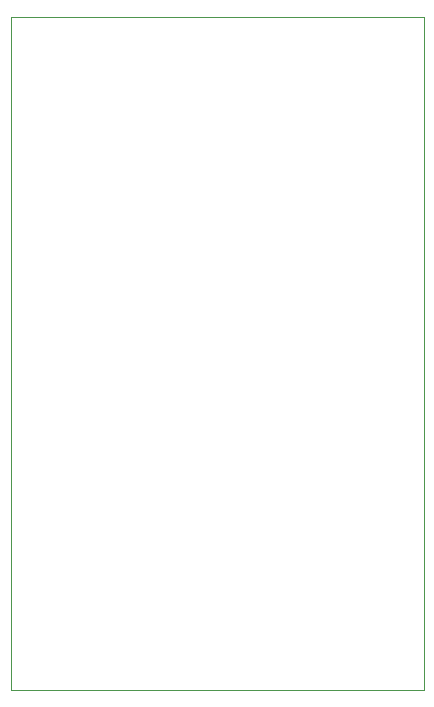
<source format=gbr>
%TF.GenerationSoftware,KiCad,Pcbnew,(5.1.10)-1*%
%TF.CreationDate,2022-04-29T17:39:29-06:00*%
%TF.ProjectId,CTRL,4354524c-2e6b-4696-9361-645f70636258,rev?*%
%TF.SameCoordinates,Original*%
%TF.FileFunction,Profile,NP*%
%FSLAX46Y46*%
G04 Gerber Fmt 4.6, Leading zero omitted, Abs format (unit mm)*
G04 Created by KiCad (PCBNEW (5.1.10)-1) date 2022-04-29 17:39:29*
%MOMM*%
%LPD*%
G01*
G04 APERTURE LIST*
%TA.AperFunction,Profile*%
%ADD10C,0.050000*%
%TD*%
G04 APERTURE END LIST*
D10*
X135000000Y-107000000D02*
X100000000Y-107000000D01*
X135000000Y-50000000D02*
X135000000Y-107000000D01*
X100000000Y-50000000D02*
X135000000Y-50000000D01*
X100000000Y-107000000D02*
X100000000Y-50000000D01*
M02*

</source>
